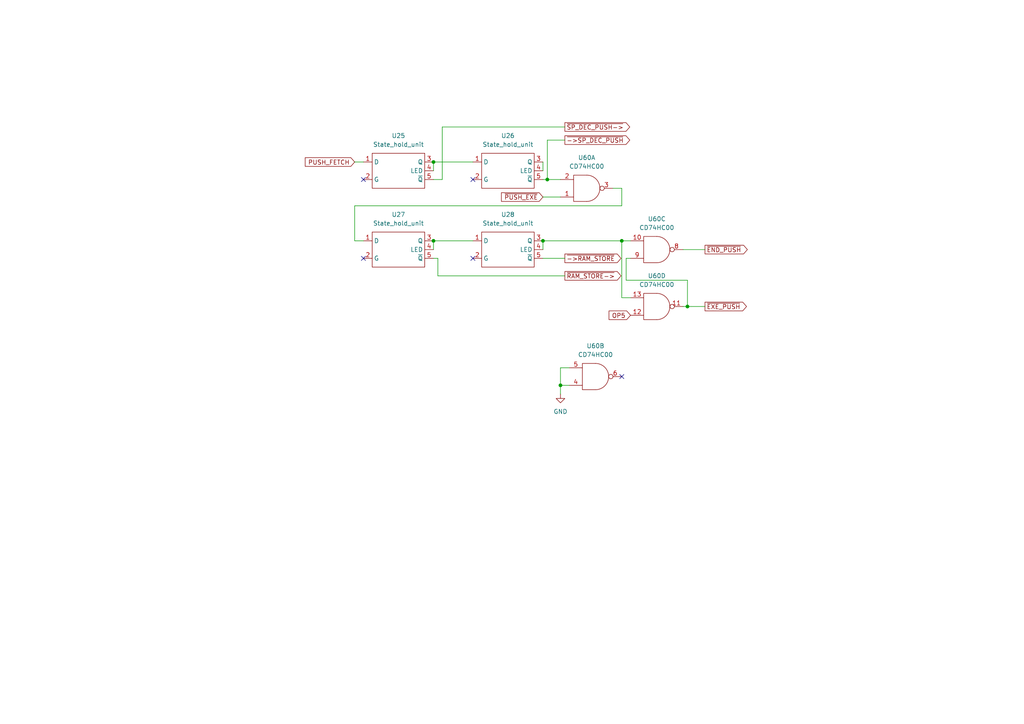
<source format=kicad_sch>
(kicad_sch (version 20211123) (generator eeschema)
  (paper "A4")
  (lib_symbols
    (symbol "CD74HCXX:CD74HC00" (pin_names (offset 0.762))
      (property "Reference" "U" (at -2.54 6.985 0))
      (property "Value" "CD74HC00" (at 1.27 5.08 0))
      (symbol "CD74HC00_0_0"
        (pin power_in line (at -2.54 2.54 0) (length 0) hide (name "VCC") (number "14"))
        (pin power_in line (at -2.54 -2.54 0) (length 0) hide (name "GND") (number "7"))
      )
      (symbol "CD74HC00_0_1"
        (arc (start 0 -3.81) (mid 3.81 0) (end 0 3.81))
        (polyline (pts (xy 0 3.81) (xy -3.81 3.81) (xy -3.81 -3.81) (xy 0 -3.81)))
      )
      (symbol "CD74HC00_0_2"
        (arc (start -4.445 -3.81) (mid -3.175 0) (end -4.445 3.81))
        (arc (start -3.175 -3.81) (mid 0.803 -2.7954) (end 3.81 0))
        (polyline (pts (xy -4.445 -3.81) (xy -3.175 -3.81)))
        (polyline (pts (xy -4.445 3.81) (xy -3.175 3.81)))
        (arc (start 3.81 0) (mid 0.8099 2.8117) (end -3.175 3.81))
      )
      (symbol "CD74HC00_1_1"
        (pin input line (at -7.62 2.54 0) (length 3.81) (name "~") (number "1"))
        (pin input line (at -7.62 -2.54 0) (length 3.81) (name "~") (number "2"))
        (pin output inverted (at 7.62 0 180) (length 3.81) (name "~") (number "3"))
      )
      (symbol "CD74HC00_1_2"
        (pin input inverted (at -7.62 2.54 0) (length 3.81) (name "~") (number "1"))
        (pin input inverted (at -7.62 -2.54 0) (length 3.81) (name "~") (number "2"))
        (pin output line (at 7.62 0 180) (length 3.81) (name "~") (number "3"))
      )
      (symbol "CD74HC00_2_1"
        (pin input line (at -7.62 2.54 0) (length 3.81) (name "~") (number "4"))
        (pin input line (at -7.62 -2.54 0) (length 3.81) (name "~") (number "5"))
        (pin output inverted (at 7.62 0 180) (length 3.81) (name "~") (number "6"))
      )
      (symbol "CD74HC00_2_2"
        (pin input inverted (at -7.62 2.54 0) (length 3.81) (name "~") (number "4"))
        (pin input inverted (at -7.62 -2.54 0) (length 3.81) (name "~") (number "5"))
        (pin output line (at 7.62 0 180) (length 3.81) (name "~") (number "6"))
      )
      (symbol "CD74HC00_3_1"
        (pin input line (at -7.62 -2.54 0) (length 3.81) (name "~") (number "10"))
        (pin output inverted (at 7.62 0 180) (length 3.81) (name "~") (number "8"))
        (pin input line (at -7.62 2.54 0) (length 3.81) (name "~") (number "9"))
      )
      (symbol "CD74HC00_3_2"
        (pin input inverted (at -7.62 -2.54 0) (length 3.81) (name "~") (number "10"))
        (pin output line (at 7.62 0 180) (length 3.81) (name "~") (number "8"))
        (pin input inverted (at -7.62 2.54 0) (length 3.81) (name "~") (number "9"))
      )
      (symbol "CD74HC00_4_1"
        (pin output inverted (at 7.62 0 180) (length 3.81) (name "~") (number "11"))
        (pin input line (at -7.62 2.54 0) (length 3.81) (name "~") (number "12"))
        (pin input line (at -7.62 -2.54 0) (length 3.81) (name "~") (number "13"))
      )
      (symbol "CD74HC00_4_2"
        (pin output line (at 7.62 0 180) (length 3.81) (name "~") (number "11"))
        (pin input inverted (at -7.62 2.54 0) (length 3.81) (name "~") (number "12"))
        (pin input inverted (at -7.62 -2.54 0) (length 3.81) (name "~") (number "13"))
      )
    )
    (symbol "State_hold_unit:State_hold_unit"
      (property "Reference" "U" (at 0 0 0))
      (property "Value" "State_hold_unit" (at 0 -12.7 0))
      (symbol "State_hold_unit_0_1"
        (rectangle (start -7.62 -1.27) (end 7.62 -11.43))
      )
      (symbol "State_hold_unit_1_1"
        (pin input line (at -10.16 -3.81 0) (length 2.54) (name "D") (number "1"))
        (pin input line (at -10.16 -8.89 0) (length 2.54) (name "G") (number "2"))
        (pin output line (at 10.16 -3.81 180) (length 2.54) (name "Q") (number "3"))
        (pin input line (at 10.16 -6.35 180) (length 2.54) (name "LED") (number "4"))
        (pin output line (at 10.16 -8.89 180) (length 2.54) (name "~{Q}") (number "5"))
      )
    )
    (symbol "power:GND" (power) (pin_names (offset 0))
      (property "Value" "GND" (at 0 -3.81 0))
      (symbol "GND_0_1"
        (polyline (pts (xy 0 0) (xy 0 -1.27) (xy 1.27 -1.27) (xy 0 -2.54) (xy -1.27 -1.27) (xy 0 -1.27)))
      )
      (symbol "GND_1_1"
        (pin power_in line (at 0 0 270) (length 0) hide (name "GND") (number "1"))
      )
    )
  )
  (junction (at 125.73 69.85))
  (junction (at 158.75 52.07))
  (junction (at 199.39 88.9))
  (junction (at 162.56 111.76))
  (junction (at 157.48 69.85))
  (junction (at 125.73 46.99))
  (junction (at 180.34 69.85))
  (no_connect (at 137.16 52.07))
  (no_connect (at 105.41 52.07))
  (no_connect (at 137.16 74.93))
  (no_connect (at 180.34 109.22))
  (no_connect (at 105.41 74.93))
  (wire (pts (xy 125.73 52.07) (xy 128.27 52.07)))
  (wire (pts (xy 199.39 88.9) (xy 198.12 88.9)))
  (wire (pts (xy 102.87 59.69) (xy 180.34 59.69)))
  (wire (pts (xy 157.48 52.07) (xy 158.75 52.07)))
  (wire (pts (xy 162.56 106.68) (xy 165.1 106.68)))
  (wire (pts (xy 182.88 69.85) (xy 180.34 69.85)))
  (wire (pts (xy 128.27 52.07) (xy 128.27 36.83)))
  (wire (pts (xy 180.34 69.85) (xy 180.34 86.36)))
  (wire (pts (xy 125.73 46.99) (xy 137.16 46.99)))
  (wire (pts (xy 158.75 52.07) (xy 162.56 52.07)))
  (wire (pts (xy 105.41 69.85) (xy 102.87 69.85)))
  (wire (pts (xy 199.39 81.28) (xy 199.39 88.9)))
  (wire (pts (xy 102.87 46.99) (xy 105.41 46.99)))
  (wire (pts (xy 125.73 69.85) (xy 137.16 69.85)))
  (wire (pts (xy 158.75 40.64) (xy 158.75 52.07)))
  (wire (pts (xy 180.34 54.61) (xy 177.8 54.61)))
  (wire (pts (xy 162.56 114.3) (xy 162.56 111.76)))
  (wire (pts (xy 182.88 74.93) (xy 181.61 74.93)))
  (wire (pts (xy 198.12 72.39) (xy 204.47 72.39)))
  (wire (pts (xy 157.48 69.85) (xy 157.48 72.39)))
  (wire (pts (xy 125.73 69.85) (xy 125.73 72.39)))
  (wire (pts (xy 157.48 69.85) (xy 180.34 69.85)))
  (wire (pts (xy 181.61 81.28) (xy 199.39 81.28)))
  (wire (pts (xy 163.83 80.01) (xy 127 80.01)))
  (wire (pts (xy 157.48 57.15) (xy 162.56 57.15)))
  (wire (pts (xy 157.48 74.93) (xy 163.83 74.93)))
  (wire (pts (xy 157.48 46.99) (xy 157.48 49.53)))
  (wire (pts (xy 125.73 46.99) (xy 125.73 49.53)))
  (wire (pts (xy 181.61 74.93) (xy 181.61 81.28)))
  (wire (pts (xy 180.34 86.36) (xy 182.88 86.36)))
  (wire (pts (xy 102.87 69.85) (xy 102.87 59.69)))
  (wire (pts (xy 127 74.93) (xy 125.73 74.93)))
  (wire (pts (xy 163.83 40.64) (xy 158.75 40.64)))
  (wire (pts (xy 162.56 111.76) (xy 162.56 106.68)))
  (wire (pts (xy 180.34 59.69) (xy 180.34 54.61)))
  (wire (pts (xy 199.39 88.9) (xy 204.47 88.9)))
  (wire (pts (xy 162.56 111.76) (xy 165.1 111.76)))
  (wire (pts (xy 163.83 36.83) (xy 128.27 36.83)))
  (wire (pts (xy 127 80.01) (xy 127 74.93)))
  (global_label "~{EXE_PUSH}" (shape output) (at 204.47 88.9 0) (property "Intersheet References" "${INTERSHEET_REFS}" (effects hide)))
  (global_label "~{->SP_DEC_PUSH}" (shape output) (at 163.83 40.64 0) (property "Intersheet References" "${INTERSHEET_REFS}" (effects hide)))
  (global_label "OP5" (shape input) (at 182.88 91.44 180) (property "Intersheet References" "${INTERSHEET_REFS}" (effects hide)))
  (global_label "~{PUSH_EXE}" (shape input) (at 157.48 57.15 180) (property "Intersheet References" "${INTERSHEET_REFS}" (effects hide)))
  (global_label "~{SP_DEC_PUSH->}" (shape output) (at 163.83 36.83 0) (property "Intersheet References" "${INTERSHEET_REFS}" (effects hide)))
  (global_label "PUSH_FETCH" (shape input) (at 102.87 46.99 180) (property "Intersheet References" "${INTERSHEET_REFS}" (effects hide)))
  (global_label "~{RAM_STORE->}" (shape output) (at 163.83 80.01 0) (property "Intersheet References" "${INTERSHEET_REFS}" (effects hide)))
  (global_label "~{END_PUSH}" (shape output) (at 204.47 72.39 0) (property "Intersheet References" "${INTERSHEET_REFS}" (effects hide)))
  (global_label "~{->RAM_STORE}" (shape output) (at 163.83 74.93 0) (property "Intersheet References" "${INTERSHEET_REFS}" (effects hide)))
  (symbol (lib_id "CD74HCXX:CD74HC00") (at 190.5 72.39 0) (mirror x) (unit 3)
    (property "Reference" "U60" (at 190.5 63.5 0))
    (property "Value" "CD74HC00" (at 190.5 66.04 0))
    (property "Footprint" "Package_DIP:DIP-14_W7.62mm" (effects hide))
  )
  (symbol (lib_id "State_hold_unit:State_hold_unit") (at 115.57 43.18 0) (unit 1)
    (property "Reference" "U25" (at 115.57 39.37 0))
    (property "Value" "State_hold_unit" (at 115.57 41.91 0))
  )
  (symbol (lib_id "CD74HCXX:CD74HC00") (at 170.18 54.61 0) (mirror x) (unit 1)
    (property "Reference" "U60" (at 170.18 45.72 0))
    (property "Value" "CD74HC00" (at 170.18 48.26 0))
    (property "Footprint" "Package_DIP:DIP-14_W7.62mm" (effects hide))
  )
  (symbol (lib_id "CD74HCXX:CD74HC00") (at 172.72 109.22 0) (mirror x) (unit 2)
    (property "Reference" "U60" (at 172.72 100.33 0))
    (property "Value" "CD74HC00" (at 172.72 102.87 0))
    (property "Footprint" "Package_DIP:DIP-14_W7.62mm" (effects hide))
  )
  (symbol (lib_id "CD74HCXX:CD74HC00") (at 190.5 88.9 0) (mirror x) (unit 4)
    (property "Reference" "U60" (at 190.5 80.01 0))
    (property "Value" "CD74HC00" (at 190.5 82.55 0))
    (property "Footprint" "Package_DIP:DIP-14_W7.62mm" (effects hide))
  )
  (symbol (lib_id "State_hold_unit:State_hold_unit") (at 147.32 66.04 0) (unit 1)
    (property "Reference" "U28" (at 147.32 62.23 0))
    (property "Value" "State_hold_unit" (at 147.32 64.77 0))
  )
  (symbol (lib_id "power:GND") (at 162.56 114.3 0) (unit 1)
    (property "Reference" "#PWR017" (effects hide))
    (property "Value" "GND" (at 162.56 119.38 0))
  )
  (symbol (lib_id "State_hold_unit:State_hold_unit") (at 147.32 43.18 0) (unit 1)
    (property "Reference" "U26" (at 147.32 39.37 0))
    (property "Value" "State_hold_unit" (at 147.32 41.91 0))
  )
  (symbol (lib_id "State_hold_unit:State_hold_unit") (at 115.57 66.04 0) (unit 1)
    (property "Reference" "U27" (at 115.57 62.23 0))
    (property "Value" "State_hold_unit" (at 115.57 64.77 0))
  )
)
</source>
